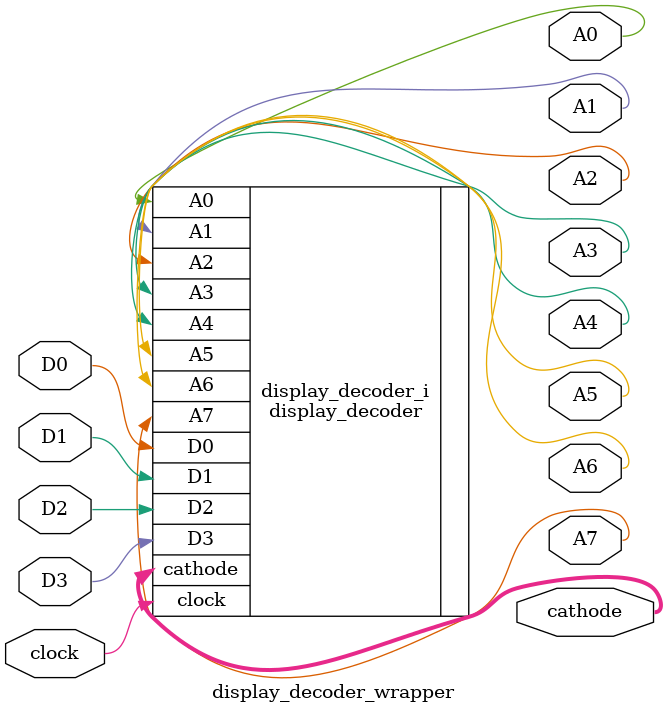
<source format=v>
`timescale 1 ps / 1 ps

module display_decoder_wrapper
   (A0,
    A1,
    A2,
    A3,
    A4,
    A5,
    A6,
    A7,
    D0,
    D1,
    D2,
    D3,
    cathode,
    clock);
  output A0;
  output A1;
  output A2;
  output A3;
  output A4;
  output A5;
  output A6;
  output A7;
  input D0;
  input D1;
  input D2;
  input D3;
  output [6:0]cathode;
  input clock;

  wire A0;
  wire A1;
  wire A2;
  wire A3;
  wire A4;
  wire A5;
  wire A6;
  wire A7;
  wire D0;
  wire D1;
  wire D2;
  wire D3;
  wire [6:0]cathode;
  wire clock;

  display_decoder display_decoder_i
       (.A0(A0),
        .A1(A1),
        .A2(A2),
        .A3(A3),
        .A4(A4),
        .A5(A5),
        .A6(A6),
        .A7(A7),
        .D0(D0),
        .D1(D1),
        .D2(D2),
        .D3(D3),
        .cathode(cathode),
        .clock(clock));
endmodule

</source>
